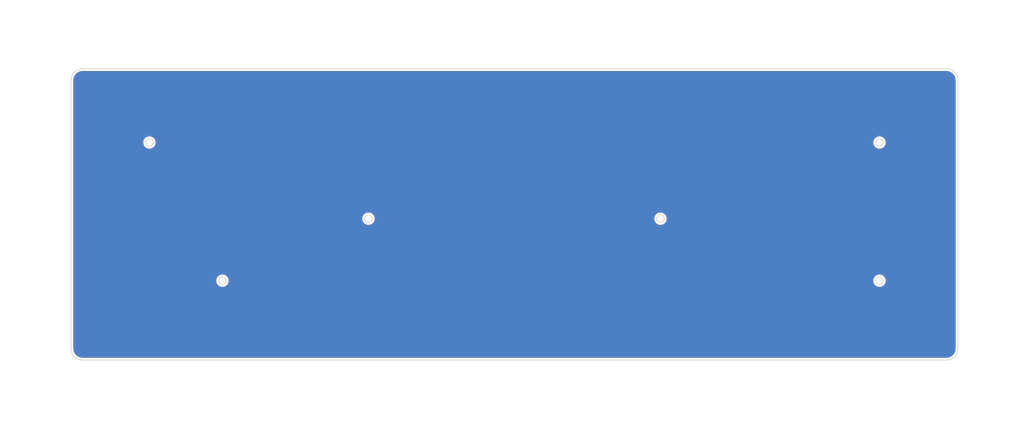
<source format=kicad_pcb>
(kicad_pcb (version 20171130) (host pcbnew "(5.1.10)-1")

  (general
    (thickness 1.6)
    (drawings 14)
    (tracks 0)
    (zones 0)
    (modules 0)
    (nets 1)
  )

  (page A2)
  (layers
    (0 F.Cu signal)
    (31 B.Cu signal)
    (32 B.Adhes user)
    (33 F.Adhes user)
    (34 B.Paste user)
    (35 F.Paste user)
    (36 B.SilkS user)
    (37 F.SilkS user)
    (38 B.Mask user)
    (39 F.Mask user)
    (40 Dwgs.User user)
    (41 Cmts.User user)
    (42 Eco1.User user)
    (43 Eco2.User user)
    (44 Edge.Cuts user)
    (45 Margin user hide)
    (46 B.CrtYd user hide)
    (47 F.CrtYd user hide)
    (48 B.Fab user)
    (49 F.Fab user)
  )

  (setup
    (last_trace_width 0.25)
    (user_trace_width 0.45)
    (trace_clearance 0.2)
    (zone_clearance 0.508)
    (zone_45_only no)
    (trace_min 0.2)
    (via_size 0.8)
    (via_drill 0.4)
    (via_min_size 0.4)
    (via_min_drill 0.3)
    (uvia_size 0.3)
    (uvia_drill 0.1)
    (uvias_allowed no)
    (uvia_min_size 0.2)
    (uvia_min_drill 0.1)
    (edge_width 0.1)
    (segment_width 0.2)
    (pcb_text_width 0.3)
    (pcb_text_size 1.5 1.5)
    (mod_edge_width 0.15)
    (mod_text_size 1 1)
    (mod_text_width 0.15)
    (pad_size 3.7 3.7)
    (pad_drill 3.6)
    (pad_to_mask_clearance 0)
    (aux_axis_origin 0 0)
    (grid_origin 641.97992 295.43248)
    (visible_elements 7FFFFFFF)
    (pcbplotparams
      (layerselection 0x010fc_ffffffff)
      (usegerberextensions false)
      (usegerberattributes false)
      (usegerberadvancedattributes false)
      (creategerberjobfile false)
      (excludeedgelayer true)
      (linewidth 0.100000)
      (plotframeref false)
      (viasonmask false)
      (mode 1)
      (useauxorigin false)
      (hpglpennumber 1)
      (hpglpenspeed 20)
      (hpglpendiameter 15.000000)
      (psnegative false)
      (psa4output false)
      (plotreference true)
      (plotvalue true)
      (plotinvisibletext false)
      (padsonsilk false)
      (subtractmaskfromsilk false)
      (outputformat 1)
      (mirror false)
      (drillshape 0)
      (scaleselection 1)
      (outputdirectory "ortho_plate_gerber"))
  )

  (net 0 "")

  (net_class Default "This is the default net class."
    (clearance 0.2)
    (trace_width 0.25)
    (via_dia 0.8)
    (via_drill 0.4)
    (uvia_dia 0.3)
    (uvia_drill 0.1)
  )

  (net_class thick ""
    (clearance 0.2)
    (trace_width 0.45)
    (via_dia 0.8)
    (via_drill 0.4)
    (uvia_dia 0.3)
    (uvia_drill 0.1)
  )

  (gr_line (start 241.46538 13.0237) (end 16.04538 13.0237) (layer Edge.Cuts) (width 0.2))
  (gr_circle (center 166.85538 52.1987) (end 167.85538 52.1987) (layer Edge.Cuts) (width 0.2))
  (gr_line (start 244.46538 86.1237) (end 244.46538 16.0237) (layer Edge.Cuts) (width 0.2))
  (gr_arc (start 16.04538 16.0237) (end 16.04538 13.0237) (angle -90) (layer Edge.Cuts) (width 0.2))
  (gr_arc (start 241.46538 86.1237) (end 241.46538 89.1237) (angle -90) (layer Edge.Cuts) (width 0.2))
  (gr_circle (center 90.65538 52.1987) (end 91.65538 52.1987) (layer Edge.Cuts) (width 0.2))
  (gr_arc (start 241.46538 16.0237) (end 244.46538 16.0237) (angle -90) (layer Edge.Cuts) (width 0.2))
  (gr_line (start 16.04538 89.1237) (end 241.46538 89.1237) (layer Edge.Cuts) (width 0.2))
  (gr_circle (center 52.55538 68.3987) (end 53.55538 68.3987) (layer Edge.Cuts) (width 0.2))
  (gr_circle (center 224.00538 68.3987) (end 225.00538 68.3987) (layer Edge.Cuts) (width 0.2))
  (gr_arc (start 16.04538 86.1237) (end 13.04538 86.1237) (angle -90) (layer Edge.Cuts) (width 0.2))
  (gr_circle (center 224.00538 32.2987) (end 225.00538 32.2987) (layer Edge.Cuts) (width 0.2))
  (gr_circle (center 33.50538 32.2987) (end 34.50538 32.2987) (layer Edge.Cuts) (width 0.2))
  (gr_line (start 13.04538 16.0237) (end 13.04538 86.1237) (layer Edge.Cuts) (width 0.2))

  (zone (net 0) (net_name "") (layer F.Cu) (tstamp 0) (hatch edge 0.508)
    (connect_pads (clearance 0.508))
    (min_thickness 0.254)
    (fill yes (arc_segments 32) (thermal_gap 0.508) (thermal_bridge_width 0.508))
    (polygon
      (pts
        (xy 261.3152 106.84764) (xy -5.09524 106.84764) (xy -5.48132 1.2954) (xy 261.3152 0.90932)
      )
    )
    (filled_polygon
      (pts
        (xy 241.904635 13.805294) (xy 242.327161 13.932862) (xy 242.716862 14.140069) (xy 243.058893 14.419024) (xy 243.340229 14.759099)
        (xy 243.550151 15.147344) (xy 243.680665 15.568965) (xy 243.730381 16.041983) (xy 243.73038 86.087753) (xy 243.683786 86.562955)
        (xy 243.556218 86.985481) (xy 243.349011 87.375182) (xy 243.070056 87.717213) (xy 242.729981 87.998549) (xy 242.341736 88.208471)
        (xy 241.920117 88.338985) (xy 241.447106 88.3887) (xy 16.081327 88.3887) (xy 15.606125 88.342106) (xy 15.183599 88.214538)
        (xy 14.793898 88.007331) (xy 14.451867 87.728376) (xy 14.170531 87.388301) (xy 13.960609 87.000056) (xy 13.830095 86.578437)
        (xy 13.78038 86.105426) (xy 13.78038 68.22668) (xy 50.808831 68.22668) (xy 50.808831 68.57072) (xy 50.87595 68.90815)
        (xy 51.007608 69.226001) (xy 51.198747 69.51206) (xy 51.44202 69.755333) (xy 51.728079 69.946472) (xy 52.04593 70.07813)
        (xy 52.38336 70.145249) (xy 52.7274 70.145249) (xy 53.06483 70.07813) (xy 53.382681 69.946472) (xy 53.66874 69.755333)
        (xy 53.912013 69.51206) (xy 54.103152 69.226001) (xy 54.23481 68.90815) (xy 54.301929 68.57072) (xy 54.301929 68.22668)
        (xy 222.258831 68.22668) (xy 222.258831 68.57072) (xy 222.32595 68.90815) (xy 222.457608 69.226001) (xy 222.648747 69.51206)
        (xy 222.89202 69.755333) (xy 223.178079 69.946472) (xy 223.49593 70.07813) (xy 223.83336 70.145249) (xy 224.1774 70.145249)
        (xy 224.51483 70.07813) (xy 224.832681 69.946472) (xy 225.11874 69.755333) (xy 225.362013 69.51206) (xy 225.553152 69.226001)
        (xy 225.68481 68.90815) (xy 225.751929 68.57072) (xy 225.751929 68.22668) (xy 225.68481 67.88925) (xy 225.553152 67.571399)
        (xy 225.362013 67.28534) (xy 225.11874 67.042067) (xy 224.832681 66.850928) (xy 224.51483 66.71927) (xy 224.1774 66.652151)
        (xy 223.83336 66.652151) (xy 223.49593 66.71927) (xy 223.178079 66.850928) (xy 222.89202 67.042067) (xy 222.648747 67.28534)
        (xy 222.457608 67.571399) (xy 222.32595 67.88925) (xy 222.258831 68.22668) (xy 54.301929 68.22668) (xy 54.23481 67.88925)
        (xy 54.103152 67.571399) (xy 53.912013 67.28534) (xy 53.66874 67.042067) (xy 53.382681 66.850928) (xy 53.06483 66.71927)
        (xy 52.7274 66.652151) (xy 52.38336 66.652151) (xy 52.04593 66.71927) (xy 51.728079 66.850928) (xy 51.44202 67.042067)
        (xy 51.198747 67.28534) (xy 51.007608 67.571399) (xy 50.87595 67.88925) (xy 50.808831 68.22668) (xy 13.78038 68.22668)
        (xy 13.78038 52.02668) (xy 88.908831 52.02668) (xy 88.908831 52.37072) (xy 88.97595 52.70815) (xy 89.107608 53.026001)
        (xy 89.298747 53.31206) (xy 89.54202 53.555333) (xy 89.828079 53.746472) (xy 90.14593 53.87813) (xy 90.48336 53.945249)
        (xy 90.8274 53.945249) (xy 91.16483 53.87813) (xy 91.482681 53.746472) (xy 91.76874 53.555333) (xy 92.012013 53.31206)
        (xy 92.203152 53.026001) (xy 92.33481 52.70815) (xy 92.401929 52.37072) (xy 92.401929 52.02668) (xy 165.108831 52.02668)
        (xy 165.108831 52.37072) (xy 165.17595 52.70815) (xy 165.307608 53.026001) (xy 165.498747 53.31206) (xy 165.74202 53.555333)
        (xy 166.028079 53.746472) (xy 166.34593 53.87813) (xy 166.68336 53.945249) (xy 167.0274 53.945249) (xy 167.36483 53.87813)
        (xy 167.682681 53.746472) (xy 167.96874 53.555333) (xy 168.212013 53.31206) (xy 168.403152 53.026001) (xy 168.53481 52.70815)
        (xy 168.601929 52.37072) (xy 168.601929 52.02668) (xy 168.53481 51.68925) (xy 168.403152 51.371399) (xy 168.212013 51.08534)
        (xy 167.96874 50.842067) (xy 167.682681 50.650928) (xy 167.36483 50.51927) (xy 167.0274 50.452151) (xy 166.68336 50.452151)
        (xy 166.34593 50.51927) (xy 166.028079 50.650928) (xy 165.74202 50.842067) (xy 165.498747 51.08534) (xy 165.307608 51.371399)
        (xy 165.17595 51.68925) (xy 165.108831 52.02668) (xy 92.401929 52.02668) (xy 92.33481 51.68925) (xy 92.203152 51.371399)
        (xy 92.012013 51.08534) (xy 91.76874 50.842067) (xy 91.482681 50.650928) (xy 91.16483 50.51927) (xy 90.8274 50.452151)
        (xy 90.48336 50.452151) (xy 90.14593 50.51927) (xy 89.828079 50.650928) (xy 89.54202 50.842067) (xy 89.298747 51.08534)
        (xy 89.107608 51.371399) (xy 88.97595 51.68925) (xy 88.908831 52.02668) (xy 13.78038 52.02668) (xy 13.78038 32.12668)
        (xy 31.758831 32.12668) (xy 31.758831 32.47072) (xy 31.82595 32.80815) (xy 31.957608 33.126001) (xy 32.148747 33.41206)
        (xy 32.39202 33.655333) (xy 32.678079 33.846472) (xy 32.99593 33.97813) (xy 33.33336 34.045249) (xy 33.6774 34.045249)
        (xy 34.01483 33.97813) (xy 34.332681 33.846472) (xy 34.61874 33.655333) (xy 34.862013 33.41206) (xy 35.053152 33.126001)
        (xy 35.18481 32.80815) (xy 35.251929 32.47072) (xy 35.251929 32.12668) (xy 222.258831 32.12668) (xy 222.258831 32.47072)
        (xy 222.32595 32.80815) (xy 222.457608 33.126001) (xy 222.648747 33.41206) (xy 222.89202 33.655333) (xy 223.178079 33.846472)
        (xy 223.49593 33.97813) (xy 223.83336 34.045249) (xy 224.1774 34.045249) (xy 224.51483 33.97813) (xy 224.832681 33.846472)
        (xy 225.11874 33.655333) (xy 225.362013 33.41206) (xy 225.553152 33.126001) (xy 225.68481 32.80815) (xy 225.751929 32.47072)
        (xy 225.751929 32.12668) (xy 225.68481 31.78925) (xy 225.553152 31.471399) (xy 225.362013 31.18534) (xy 225.11874 30.942067)
        (xy 224.832681 30.750928) (xy 224.51483 30.61927) (xy 224.1774 30.552151) (xy 223.83336 30.552151) (xy 223.49593 30.61927)
        (xy 223.178079 30.750928) (xy 222.89202 30.942067) (xy 222.648747 31.18534) (xy 222.457608 31.471399) (xy 222.32595 31.78925)
        (xy 222.258831 32.12668) (xy 35.251929 32.12668) (xy 35.18481 31.78925) (xy 35.053152 31.471399) (xy 34.862013 31.18534)
        (xy 34.61874 30.942067) (xy 34.332681 30.750928) (xy 34.01483 30.61927) (xy 33.6774 30.552151) (xy 33.33336 30.552151)
        (xy 32.99593 30.61927) (xy 32.678079 30.750928) (xy 32.39202 30.942067) (xy 32.148747 31.18534) (xy 31.957608 31.471399)
        (xy 31.82595 31.78925) (xy 31.758831 32.12668) (xy 13.78038 32.12668) (xy 13.78038 16.059647) (xy 13.826974 15.584445)
        (xy 13.954542 15.161919) (xy 14.161749 14.772218) (xy 14.440704 14.430187) (xy 14.780779 14.148851) (xy 15.169024 13.938929)
        (xy 15.590645 13.808415) (xy 16.063654 13.7587) (xy 241.429433 13.7587)
      )
    )
  )
  (zone (net 0) (net_name "") (layer B.Cu) (tstamp 5F48F09B) (hatch edge 0.508)
    (connect_pads (clearance 0.508))
    (min_thickness 0.254)
    (fill yes (arc_segments 32) (thermal_gap 0.508) (thermal_bridge_width 0.508))
    (polygon
      (pts
        (xy 261.70636 -4.93268) (xy -4.70408 -4.93268) (xy -5.09016 100.61956) (xy 261.70636 101.00564)
      )
    )
    (filled_polygon
      (pts
        (xy 241.904635 13.805294) (xy 242.327161 13.932862) (xy 242.716862 14.140069) (xy 243.058893 14.419024) (xy 243.340229 14.759099)
        (xy 243.550151 15.147344) (xy 243.680665 15.568965) (xy 243.730381 16.041983) (xy 243.73038 86.087753) (xy 243.683786 86.562955)
        (xy 243.556218 86.985481) (xy 243.349011 87.375182) (xy 243.070056 87.717213) (xy 242.729981 87.998549) (xy 242.341736 88.208471)
        (xy 241.920117 88.338985) (xy 241.447106 88.3887) (xy 16.081327 88.3887) (xy 15.606125 88.342106) (xy 15.183599 88.214538)
        (xy 14.793898 88.007331) (xy 14.451867 87.728376) (xy 14.170531 87.388301) (xy 13.960609 87.000056) (xy 13.830095 86.578437)
        (xy 13.78038 86.105426) (xy 13.78038 68.22668) (xy 50.808831 68.22668) (xy 50.808831 68.57072) (xy 50.87595 68.90815)
        (xy 51.007608 69.226001) (xy 51.198747 69.51206) (xy 51.44202 69.755333) (xy 51.728079 69.946472) (xy 52.04593 70.07813)
        (xy 52.38336 70.145249) (xy 52.7274 70.145249) (xy 53.06483 70.07813) (xy 53.382681 69.946472) (xy 53.66874 69.755333)
        (xy 53.912013 69.51206) (xy 54.103152 69.226001) (xy 54.23481 68.90815) (xy 54.301929 68.57072) (xy 54.301929 68.22668)
        (xy 222.258831 68.22668) (xy 222.258831 68.57072) (xy 222.32595 68.90815) (xy 222.457608 69.226001) (xy 222.648747 69.51206)
        (xy 222.89202 69.755333) (xy 223.178079 69.946472) (xy 223.49593 70.07813) (xy 223.83336 70.145249) (xy 224.1774 70.145249)
        (xy 224.51483 70.07813) (xy 224.832681 69.946472) (xy 225.11874 69.755333) (xy 225.362013 69.51206) (xy 225.553152 69.226001)
        (xy 225.68481 68.90815) (xy 225.751929 68.57072) (xy 225.751929 68.22668) (xy 225.68481 67.88925) (xy 225.553152 67.571399)
        (xy 225.362013 67.28534) (xy 225.11874 67.042067) (xy 224.832681 66.850928) (xy 224.51483 66.71927) (xy 224.1774 66.652151)
        (xy 223.83336 66.652151) (xy 223.49593 66.71927) (xy 223.178079 66.850928) (xy 222.89202 67.042067) (xy 222.648747 67.28534)
        (xy 222.457608 67.571399) (xy 222.32595 67.88925) (xy 222.258831 68.22668) (xy 54.301929 68.22668) (xy 54.23481 67.88925)
        (xy 54.103152 67.571399) (xy 53.912013 67.28534) (xy 53.66874 67.042067) (xy 53.382681 66.850928) (xy 53.06483 66.71927)
        (xy 52.7274 66.652151) (xy 52.38336 66.652151) (xy 52.04593 66.71927) (xy 51.728079 66.850928) (xy 51.44202 67.042067)
        (xy 51.198747 67.28534) (xy 51.007608 67.571399) (xy 50.87595 67.88925) (xy 50.808831 68.22668) (xy 13.78038 68.22668)
        (xy 13.78038 52.02668) (xy 88.908831 52.02668) (xy 88.908831 52.37072) (xy 88.97595 52.70815) (xy 89.107608 53.026001)
        (xy 89.298747 53.31206) (xy 89.54202 53.555333) (xy 89.828079 53.746472) (xy 90.14593 53.87813) (xy 90.48336 53.945249)
        (xy 90.8274 53.945249) (xy 91.16483 53.87813) (xy 91.482681 53.746472) (xy 91.76874 53.555333) (xy 92.012013 53.31206)
        (xy 92.203152 53.026001) (xy 92.33481 52.70815) (xy 92.401929 52.37072) (xy 92.401929 52.02668) (xy 165.108831 52.02668)
        (xy 165.108831 52.37072) (xy 165.17595 52.70815) (xy 165.307608 53.026001) (xy 165.498747 53.31206) (xy 165.74202 53.555333)
        (xy 166.028079 53.746472) (xy 166.34593 53.87813) (xy 166.68336 53.945249) (xy 167.0274 53.945249) (xy 167.36483 53.87813)
        (xy 167.682681 53.746472) (xy 167.96874 53.555333) (xy 168.212013 53.31206) (xy 168.403152 53.026001) (xy 168.53481 52.70815)
        (xy 168.601929 52.37072) (xy 168.601929 52.02668) (xy 168.53481 51.68925) (xy 168.403152 51.371399) (xy 168.212013 51.08534)
        (xy 167.96874 50.842067) (xy 167.682681 50.650928) (xy 167.36483 50.51927) (xy 167.0274 50.452151) (xy 166.68336 50.452151)
        (xy 166.34593 50.51927) (xy 166.028079 50.650928) (xy 165.74202 50.842067) (xy 165.498747 51.08534) (xy 165.307608 51.371399)
        (xy 165.17595 51.68925) (xy 165.108831 52.02668) (xy 92.401929 52.02668) (xy 92.33481 51.68925) (xy 92.203152 51.371399)
        (xy 92.012013 51.08534) (xy 91.76874 50.842067) (xy 91.482681 50.650928) (xy 91.16483 50.51927) (xy 90.8274 50.452151)
        (xy 90.48336 50.452151) (xy 90.14593 50.51927) (xy 89.828079 50.650928) (xy 89.54202 50.842067) (xy 89.298747 51.08534)
        (xy 89.107608 51.371399) (xy 88.97595 51.68925) (xy 88.908831 52.02668) (xy 13.78038 52.02668) (xy 13.78038 32.12668)
        (xy 31.758831 32.12668) (xy 31.758831 32.47072) (xy 31.82595 32.80815) (xy 31.957608 33.126001) (xy 32.148747 33.41206)
        (xy 32.39202 33.655333) (xy 32.678079 33.846472) (xy 32.99593 33.97813) (xy 33.33336 34.045249) (xy 33.6774 34.045249)
        (xy 34.01483 33.97813) (xy 34.332681 33.846472) (xy 34.61874 33.655333) (xy 34.862013 33.41206) (xy 35.053152 33.126001)
        (xy 35.18481 32.80815) (xy 35.251929 32.47072) (xy 35.251929 32.12668) (xy 222.258831 32.12668) (xy 222.258831 32.47072)
        (xy 222.32595 32.80815) (xy 222.457608 33.126001) (xy 222.648747 33.41206) (xy 222.89202 33.655333) (xy 223.178079 33.846472)
        (xy 223.49593 33.97813) (xy 223.83336 34.045249) (xy 224.1774 34.045249) (xy 224.51483 33.97813) (xy 224.832681 33.846472)
        (xy 225.11874 33.655333) (xy 225.362013 33.41206) (xy 225.553152 33.126001) (xy 225.68481 32.80815) (xy 225.751929 32.47072)
        (xy 225.751929 32.12668) (xy 225.68481 31.78925) (xy 225.553152 31.471399) (xy 225.362013 31.18534) (xy 225.11874 30.942067)
        (xy 224.832681 30.750928) (xy 224.51483 30.61927) (xy 224.1774 30.552151) (xy 223.83336 30.552151) (xy 223.49593 30.61927)
        (xy 223.178079 30.750928) (xy 222.89202 30.942067) (xy 222.648747 31.18534) (xy 222.457608 31.471399) (xy 222.32595 31.78925)
        (xy 222.258831 32.12668) (xy 35.251929 32.12668) (xy 35.18481 31.78925) (xy 35.053152 31.471399) (xy 34.862013 31.18534)
        (xy 34.61874 30.942067) (xy 34.332681 30.750928) (xy 34.01483 30.61927) (xy 33.6774 30.552151) (xy 33.33336 30.552151)
        (xy 32.99593 30.61927) (xy 32.678079 30.750928) (xy 32.39202 30.942067) (xy 32.148747 31.18534) (xy 31.957608 31.471399)
        (xy 31.82595 31.78925) (xy 31.758831 32.12668) (xy 13.78038 32.12668) (xy 13.78038 16.059647) (xy 13.826974 15.584445)
        (xy 13.954542 15.161919) (xy 14.161749 14.772218) (xy 14.440704 14.430187) (xy 14.780779 14.148851) (xy 15.169024 13.938929)
        (xy 15.590645 13.808415) (xy 16.063654 13.7587) (xy 241.429433 13.7587)
      )
    )
  )
)

</source>
